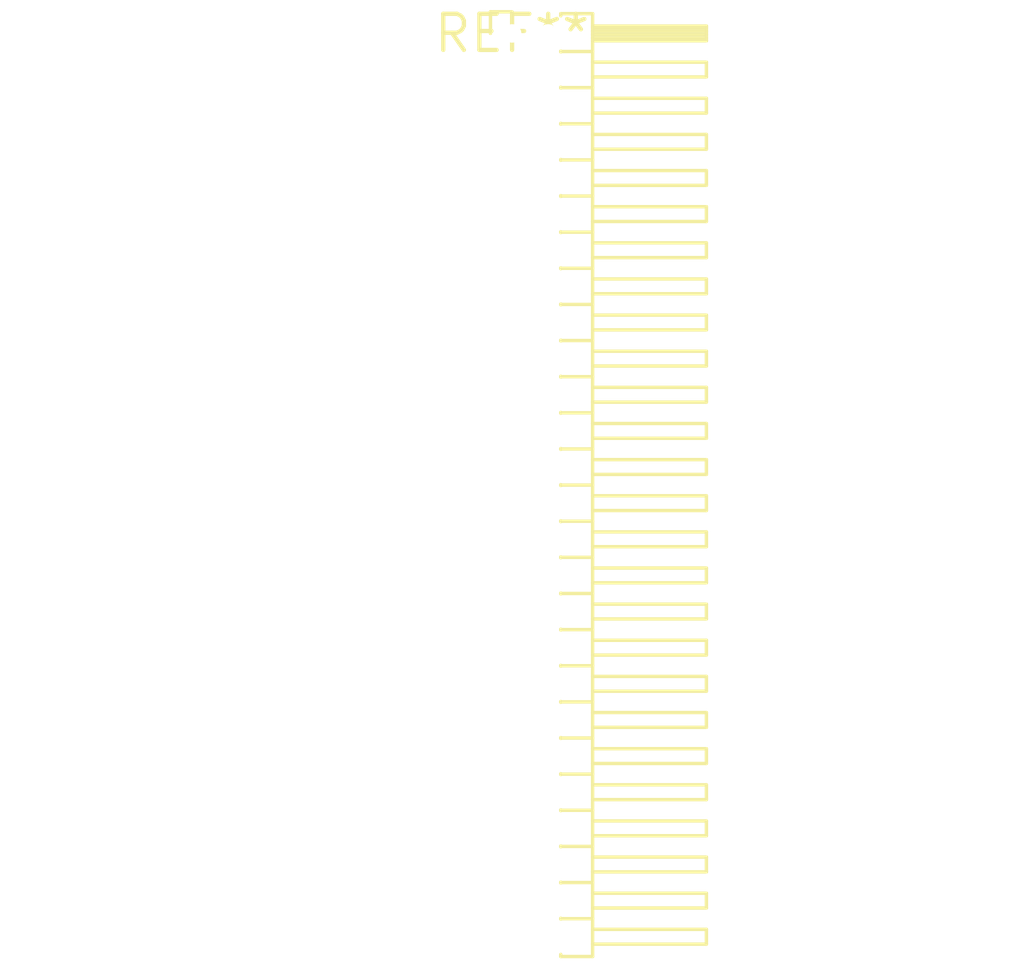
<source format=kicad_pcb>
(kicad_pcb (version 20240108) (generator pcbnew)
  (layers (0 "F.Cu" signal) (31 "B.Cu" signal) (34 "B.Paste" user) (35 "F.Paste" user) (36 "B.SilkS" user "B.Silkscreen") (37 "F.SilkS" user "F.Silkscreen") (38 "B.Mask" user) (39 "F.Mask" user) (44 "Edge.Cuts" user))
  (net 0 "")
  (footprint "PinHeader_2x26_P1.27mm_Horizontal" (layer "F.Cu") (at 0 0)
    (property "Reference" "REF**")
    (property "Value" "PinHeader_2x26_P1.27mm_Horizontal")
    (fp_line (start -0.76 -0.76) (end 0 -0.76) (layer "F.SilkS") (stroke (width 0.12)))
    (fp_line (start -0.76 0) (end -0.76 -0.76) (layer "F.SilkS") (stroke (width 0.12)))
    (fp_line (start 1.71 -0.695) (end 2.83 -0.695) (layer "F.SilkS") (stroke (width 0.12)))
    (fp_line (start 1.71 -0.619677) (end 1.71 -0.695) (layer "F.SilkS") (stroke (width 0.12)))
    (fp_line (start 1.71 0.619677) (end 1.71 0.650323) (layer "F.SilkS") (stroke (width 0.12)))
    (fp_line (start 1.71 0.635) (end 2.83 0.635) (layer "F.SilkS") (stroke (width 0.12)))
    (fp_line (start 1.71 1.889677) (end 1.71 1.920323) (layer "F.SilkS") (stroke (width 0.12)))
    (fp_line (start 1.71 1.905) (end 2.83 1.905) (layer "F.SilkS") (stroke (width 0.12)))
    (fp_line (start 1.71 3.159677) (end 1.71 3.190323) (layer "F.SilkS") (stroke (width 0.12)))
    (fp_line (start 1.71 3.175) (end 2.83 3.175) (layer "F.SilkS") (stroke (width 0.12)))
    (fp_line (start 1.71 4.429677) (end 1.71 4.460323) (layer "F.SilkS") (stroke (width 0.12)))
    (fp_line (start 1.71 4.445) (end 2.83 4.445) (layer "F.SilkS") (stroke (width 0.12)))
    (fp_line (start 1.71 5.699677) (end 1.71 5.730323) (layer "F.SilkS") (stroke (width 0.12)))
    (fp_line (start 1.71 5.715) (end 2.83 5.715) (layer "F.SilkS") (stroke (width 0.12)))
    (fp_line (start 1.71 6.969677) (end 1.71 7.000323) (layer "F.SilkS") (stroke (width 0.12)))
    (fp_line (start 1.71 6.985) (end 2.83 6.985) (layer "F.SilkS") (stroke (width 0.12)))
    (fp_line (start 1.71 8.239677) (end 1.71 8.270323) (layer "F.SilkS") (stroke (width 0.12)))
    (fp_line (start 1.71 8.255) (end 2.83 8.255) (layer "F.SilkS") (stroke (width 0.12)))
    (fp_line (start 1.71 9.509677) (end 1.71 9.540323) (layer "F.SilkS") (stroke (width 0.12)))
    (fp_line (start 1.71 9.525) (end 2.83 9.525) (layer "F.SilkS") (stroke (width 0.12)))
    (fp_line (start 1.71 10.779677) (end 1.71 10.810323) (layer "F.SilkS") (stroke (width 0.12)))
    (fp_line (start 1.71 10.795) (end 2.83 10.795) (layer "F.SilkS") (stroke (width 0.12)))
    (fp_line (start 1.71 12.049677) (end 1.71 12.080323) (layer "F.SilkS") (stroke (width 0.12)))
    (fp_line (start 1.71 12.065) (end 2.83 12.065) (layer "F.SilkS") (stroke (width 0.12)))
    (fp_line (start 1.71 13.319677) (end 1.71 13.350323) (layer "F.SilkS") (stroke (width 0.12)))
    (fp_line (start 1.71 13.335) (end 2.83 13.335) (layer "F.SilkS") (stroke (width 0.12)))
    (fp_line (start 1.71 14.589677) (end 1.71 14.620323) (layer "F.SilkS") (stroke (width 0.12)))
    (fp_line (start 1.71 14.605) (end 2.83 14.605) (layer "F.SilkS") (stroke (width 0.12)))
    (fp_line (start 1.71 15.859677) (end 1.71 15.890323) (layer "F.SilkS") (stroke (width 0.12)))
    (fp_line (start 1.71 15.875) (end 2.83 15.875) (layer "F.SilkS") (stroke (width 0.12)))
    (fp_line (start 1.71 17.129677) (end 1.71 17.160323) (layer "F.SilkS") (stroke (width 0.12)))
    (fp_line (start 1.71 17.145) (end 2.83 17.145) (layer "F.SilkS") (stroke (width 0.12)))
    (fp_line (start 1.71 18.399677) (end 1.71 18.430323) (layer "F.SilkS") (stroke (width 0.12)))
    (fp_line (start 1.71 18.415) (end 2.83 18.415) (layer "F.SilkS") (stroke (width 0.12)))
    (fp_line (start 1.71 19.669677) (end 1.71 19.700323) (layer "F.SilkS") (stroke (width 0.12)))
    (fp_line (start 1.71 19.685) (end 2.83 19.685) (layer "F.SilkS") (stroke (width 0.12)))
    (fp_line (start 1.71 20.939677) (end 1.71 20.970323) (layer "F.SilkS") (stroke (width 0.12)))
    (fp_line (start 1.71 20.955) (end 2.83 20.955) (layer "F.SilkS") (stroke (width 0.12)))
    (fp_line (start 1.71 22.209677) (end 1.71 22.240323) (layer "F.SilkS") (stroke (width 0.12)))
    (fp_line (start 1.71 22.225) (end 2.83 22.225) (layer "F.SilkS") (stroke (width 0.12)))
    (fp_line (start 1.71 23.479677) (end 1.71 23.510323) (layer "F.SilkS") (stroke (width 0.12)))
    (fp_line (start 1.71 23.495) (end 2.83 23.495) (layer "F.SilkS") (stroke (width 0.12)))
    (fp_line (start 1.71 24.749677) (end 1.71 24.780323) (layer "F.SilkS") (stroke (width 0.12)))
    (fp_line (start 1.71 24.765) (end 2.83 24.765) (layer "F.SilkS") (stroke (width 0.12)))
    (fp_line (start 1.71 26.019677) (end 1.71 26.050323) (layer "F.SilkS") (stroke (width 0.12)))
    (fp_line (start 1.71 26.035) (end 2.83 26.035) (layer "F.SilkS") (stroke (width 0.12)))
    (fp_line (start 1.71 27.289677) (end 1.71 27.320323) (layer "F.SilkS") (stroke (width 0.12)))
    (fp_line (start 1.71 27.305) (end 2.83 27.305) (layer "F.SilkS") (stroke (width 0.12)))
    (fp_line (start 1.71 28.559677) (end 1.71 28.590323) (layer "F.SilkS") (stroke (width 0.12)))
    (fp_line (start 1.71 28.575) (end 2.83 28.575) (layer "F.SilkS") (stroke (width 0.12)))
    (fp_line (start 1.71 29.829677) (end 1.71 29.860323) (layer "F.SilkS") (stroke (width 0.12)))
    (fp_line (start 1.71 29.845) (end 2.83 29.845) (layer "F.SilkS") (stroke (width 0.12)))
    (fp_line (start 1.71 31.099677) (end 1.71 31.130323) (layer "F.SilkS") (stroke (width 0.12)))
    (fp_line (start 1.71 31.115) (end 2.83 31.115) (layer "F.SilkS") (stroke (width 0.12)))
    (fp_line (start 1.71 32.445) (end 1.71 32.369677) (layer "F.SilkS") (stroke (width 0.12)))
    (fp_line (start 2.83 -0.695) (end 2.83 32.445) (layer "F.SilkS") (stroke (width 0.12)))
    (fp_line (start 2.83 -0.26) (end 6.83 -0.26) (layer "F.SilkS") (stroke (width 0.12)))
    (fp_line (start 2.83 -0.2) (end 6.83 -0.2) (layer "F.SilkS") (stroke (width 0.12)))
    (fp_line (start 2.83 -0.08) (end 6.83 -0.08) (layer "F.SilkS") (stroke (width 0.12)))
    (fp_line (start 2.83 0.04) (end 6.83 0.04) (layer "F.SilkS") (stroke (width 0.12)))
    (fp_line (start 2.83 0.16) (end 6.83 0.16) (layer "F.SilkS") (stroke (width 0.12)))
    (fp_line (start 2.83 1.01) (end 6.83 1.01) (layer "F.SilkS") (stroke (width 0.12)))
    (fp_line (start 2.83 2.28) (end 6.83 2.28) (layer "F.SilkS") (stroke (width 0.12)))
    (fp_line (start 2.83 3.55) (end 6.83 3.55) (layer "F.SilkS") (stroke (width 0.12)))
    (fp_line (start 2.83 4.82) (end 6.83 4.82) (layer "F.SilkS") (stroke (width 0.12)))
    (fp_line (start 2.83 6.09) (end 6.83 6.09) (layer "F.SilkS") (stroke (width 0.12)))
    (fp_line (start 2.83 7.36) (end 6.83 7.36) (layer "F.SilkS") (stroke (width 0.12)))
    (fp_line (start 2.83 8.63) (end 6.83 8.63) (layer "F.SilkS") (stroke (width 0.12)))
    (fp_line (start 2.83 9.9) (end 6.83 9.9) (layer "F.SilkS") (stroke (width 0.12)))
    (fp_line (start 2.83 11.17) (end 6.83 11.17) (layer "F.SilkS") (stroke (width 0.12)))
    (fp_line (start 2.83 12.44) (end 6.83 12.44) (layer "F.SilkS") (stroke (width 0.12)))
    (fp_line (start 2.83 13.71) (end 6.83 13.71) (layer "F.SilkS") (stroke (width 0.12)))
    (fp_line (start 2.83 14.98) (end 6.83 14.98) (layer "F.SilkS") (stroke (width 0.12)))
    (fp_line (start 2.83 16.25) (end 6.83 16.25) (layer "F.SilkS") (stroke (width 0.12)))
    (fp_line (start 2.83 17.52) (end 6.83 17.52) (layer "F.SilkS") (stroke (width 0.12)))
    (fp_line (start 2.83 18.79) (end 6.83 18.79) (layer "F.SilkS") (stroke (width 0.12)))
    (fp_line (start 2.83 20.06) (end 6.83 20.06) (layer "F.SilkS") (stroke (width 0.12)))
    (fp_line (start 2.83 21.33) (end 6.83 21.33) (layer "F.SilkS") (stroke (width 0.12)))
    (fp_line (start 2.83 22.6) (end 6.83 22.6) (layer "F.SilkS") (stroke (width 0.12)))
    (fp_line (start 2.83 23.87) (end 6.83 23.87) (layer "F.SilkS") (stroke (width 0.12)))
    (fp_line (start 2.83 25.14) (end 6.83 25.14) (layer "F.SilkS") (stroke (width 0.12)))
    (fp_line (start 2.83 26.41) (end 6.83 26.41) (layer "F.SilkS") (stroke (width 0.12)))
    (fp_line (start 2.83 27.68) (end 6.83 27.68) (layer "F.SilkS") (stroke (width 0.12)))
    (fp_line (start 2.83 28.95) (end 6.83 28.95) (layer "F.SilkS") (stroke (width 0.12)))
    (fp_line (start 2.83 30.22) (end 6.83 30.22) (layer "F.SilkS") (stroke (width 0.12)))
    (fp_line (start 2.83 31.49) (end 6.83 31.49) (layer "F.SilkS") (stroke (width 0.12)))
    (fp_line (start 2.83 32.445) (end 1.71 32.445) (layer "F.SilkS") (stroke (width 0.12)))
    (fp_line (start 6.83 -0.26) (end 6.83 0.26) (layer "F.SilkS") (stroke (width 0.12)))
    (fp_line (start 6.83 0.26) (end 2.83 0.26) (layer "F.SilkS") (stroke (width 0.12)))
    (fp_line (start 6.83 1.01) (end 6.83 1.53) (layer "F.SilkS") (stroke (width 0.12)))
    (fp_line (start 6.83 1.53) (end 2.83 1.53) (layer "F.SilkS") (stroke (width 0.12)))
    (fp_line (start 6.83 2.28) (end 6.83 2.8) (layer "F.SilkS") (stroke (width 0.12)))
    (fp_line (start 6.83 2.8) (end 2.83 2.8) (layer "F.SilkS") (stroke (width 0.12)))
    (fp_line (start 6.83 3.55) (end 6.83 4.07) (layer "F.SilkS") (stroke (width 0.12)))
    (fp_line (start 6.83 4.07) (end 2.83 4.07) (layer "F.SilkS") (stroke (width 0.12)))
    (fp_line (start 6.83 4.82) (end 6.83 5.34) (layer "F.SilkS") (stroke (width 0.12)))
    (fp_line (start 6.83 5.34) (end 2.83 5.34) (layer "F.SilkS") (stroke (width 0.12)))
    (fp_line (start 6.83 6.09) (end 6.83 6.61) (layer "F.SilkS") (stroke (width 0.12)))
    (fp_line (start 6.83 6.61) (end 2.83 6.61) (layer "F.SilkS") (stroke (width 0.12)))
    (fp_line (start 6.83 7.36) (end 6.83 7.88) (layer "F.SilkS") (stroke (width 0.12)))
    (fp_line (start 6.83 7.88) (end 2.83 7.88) (layer "F.SilkS") (stroke (width 0.12)))
    (fp_line (start 6.83 8.63) (end 6.83 9.15) (layer "F.SilkS") (stroke (width 0.12)))
    (fp_line (start 6.83 9.15) (end 2.83 9.15) (layer "F.SilkS") (stroke (width 0.12)))
    (fp_line (start 6.83 9.9) (end 6.83 10.42) (layer "F.SilkS") (stroke (width 0.12)))
    (fp_line (start 6.83 10.42) (end 2.83 10.42) (layer "F.SilkS") (stroke (width 0.12)))
    (fp_line (start 6.83 11.17) (end 6.83 11.69) (layer "F.SilkS") (stroke (width 0.12)))
    (fp_line (start 6.83 11.69) (end 2.83 11.69) (layer "F.SilkS") (stroke (width 0.12)))
    (fp_line (start 6.83 12.44) (end 6.83 12.96) (layer "F.SilkS") (stroke (width 0.12)))
    (fp_line (start 6.83 12.96) (end 2.83 12.96) (layer "F.SilkS") (stroke (width 0.12)))
    (fp_line (start 6.83 13.71) (end 6.83 14.23) (layer "F.SilkS") (stroke (width 0.12)))
    (fp_line (start 6.83 14.23) (end 2.83 14.23) (layer "F.SilkS") (stroke (width 0.12)))
    (fp_line (start 6.83 14.98) (end 6.83 15.5) (layer "F.SilkS") (stroke (width 0.12)))
    (fp_line (start 6.83 15.5) (end 2.83 15.5) (layer "F.SilkS") (stroke (width 0.12)))
    (fp_line (start 6.83 16.25) (end 6.83 16.77) (layer "F.SilkS") (stroke (width 0.12)))
    (fp_line (start 6.83 16.77) (end 2.83 16.77) (layer "F.SilkS") (stroke (width 0.12)))
    (fp_line (start 6.83 17.52) (end 6.83 18.04) (layer "F.SilkS") (stroke (width 0.12)))
    (fp_line (start 6.83 18.04) (end 2.83 18.04) (layer "F.SilkS") (stroke (width 0.12)))
    (fp_line (start 6.83 18.79) (end 6.83 19.31) (layer "F.SilkS") (stroke (width 0.12)))
    (fp_line (start 6.83 19.31) (end 2.83 19.31) (layer "F.SilkS") (stroke (width 0.12)))
    (fp_line (start 6.83 20.06) (end 6.83 20.58) (layer "F.SilkS") (stroke (width 0.12)))
    (fp_line (start 6.83 20.58) (end 2.83 20.58) (layer "F.SilkS") (stroke (width 0.12)))
    (fp_line (start 6.83 21.33) (end 6.83 21.85) (layer "F.SilkS") (stroke (width 0.12)))
    (fp_line (start 6.83 21.85) (end 2.83 21.85) (layer "F.SilkS") (stroke (width 0.12)))
    (fp_line (start 6.83 22.6) (end 6.83 23.12) (layer "F.SilkS") (stroke (width 0.12)))
    (fp_line (start 6.83 23.12) (end 2.83 23.12) (layer "F.SilkS") (stroke (width 0.12)))
    (fp_line (start 6.83 23.87) (end 6.83 24.39) (layer "F.SilkS") (stroke (width 0.12)))
    (fp_line (start 6.83 24.39) (end 2.83 24.39) (layer "F.SilkS") (stroke (width 0.12)))
    (fp_line (start 6.83 25.14) (end 6.83 25.66) (layer "F.SilkS") (stroke (width 0.12)))
    (fp_line (start 6.83 25.66) (end 2.83 25.66) (layer "F.SilkS") (stroke (width 0.12)))
    (fp_line (start 6.83 26.41) (end 6.83 26.93) (layer "F.SilkS") (stroke (width 0.12)))
    (fp_line (start 6.83 26.93) (end 2.83 26.93) (layer "F.SilkS") (stroke (width 0.12)))
    (fp_line (start 6.83 27.68) (end 6.83 28.2) (layer "F.SilkS") (stroke (width 0.12)))
    (fp_line (start 6.83 28.2) (end 2.83 28.2) (layer "F.SilkS") (stroke (width 0.12)))
    (fp_line (start 6.83 28.95) (end 6.83 29.47) (layer "F.SilkS") (stroke (width 0.12)))
    (fp_line (start 6.83 29.47) (end 2.83 29.47) (layer "F.SilkS") (stroke (width 0.12)))
    (fp_line (start 6.83 30.22) (end 6.83 30.74) (layer "F.SilkS") (stroke (width 0.12)))
    (fp_line (start 6.83 30.74) (end 2.83 30.74) (layer "F.SilkS") (stroke (width 0.12)))
    (fp_line (start 6.83 31.49) (end 6.83 32.01) (layer "F.SilkS") (stroke (width 0.12)))
    (fp_line (start 6.83 32.01) (end 2.83 32.01) (layer "F.SilkS") (stroke (width 0.12)))
    (pad "1" thru_hole rect (at 0 0) (size 1 1) (drill 0.65) (layers *.Cu *.Mask) (remove_unused_layers))
    (pad "2" thru_hole oval (at 1.27 0) (size 1 1) (drill 0.65) (layers *.Cu *.Mask) (remove_unused_layers))
    (pad "3" thru_hole oval (at 0 1.27) (size 1 1) (drill 0.65) (layers *.Cu *.Mask) (remove_unused_layers))
    (pad "4" thru_hole oval (at 1.27 1.27) (size 1 1) (drill 0.65) (layers *.Cu *.Mask) (remove_unused_layers))
    (pad "5" thru_hole oval (at 0 2.54) (size 1 1) (drill 0.65) (layers *.Cu *.Mask) (remove_unused_layers))
    (pad "6" thru_hole oval (at 1.27 2.54) (size 1 1) (drill 0.65) (layers *.Cu *.Mask) (remove_unused_layers))
    (pad "7" thru_hole oval (at 0 3.81) (size 1 1) (drill 0.65) (layers *.Cu *.Mask) (remove_unused_layers))
    (pad "8" thru_hole oval (at 1.27 3.81) (size 1 1) (drill 0.65) (layers *.Cu *.Mask) (remove_unused_layers))
    (pad "9" thru_hole oval (at 0 5.08) (size 1 1) (drill 0.65) (layers *.Cu *.Mask) (remove_unused_layers))
    (pad "10" thru_hole oval (at 1.27 5.08) (size 1 1) (drill 0.65) (layers *.Cu *.Mask) (remove_unused_layers))
    (pad "11" thru_hole oval (at 0 6.35) (size 1 1) (drill 0.65) (layers *.Cu *.Mask) (remove_unused_layers))
    (pad "12" thru_hole oval (at 1.27 6.35) (size 1 1) (drill 0.65) (layers *.Cu *.Mask) (remove_unused_layers))
    (pad "13" thru_hole oval (at 0 7.62) (size 1 1) (drill 0.65) (layers *.Cu *.Mask) (remove_unused_layers))
    (pad "14" thru_hole oval (at 1.27 7.62) (size 1 1) (drill 0.65) (layers *.Cu *.Mask) (remove_unused_layers))
    (pad "15" thru_hole oval (at 0 8.89) (size 1 1) (drill 0.65) (layers *.Cu *.Mask) (remove_unused_layers))
    (pad "16" thru_hole oval (at 1.27 8.89) (size 1 1) (drill 0.65) (layers *.Cu *.Mask) (remove_unused_layers))
    (pad "17" thru_hole oval (at 0 10.16) (size 1 1) (drill 0.65) (layers *.Cu *.Mask) (remove_unused_layers))
    (pad "18" thru_hole oval (at 1.27 10.16) (size 1 1) (drill 0.65) (layers *.Cu *.Mask) (remove_unused_layers))
    (pad "19" thru_hole oval (at 0 11.43) (size 1 1) (drill 0.65) (layers *.Cu *.Mask) (remove_unused_layers))
    (pad "20" thru_hole oval (at 1.27 11.43) (size 1 1) (drill 0.65) (layers *.Cu *.Mask) (remove_unused_layers))
    (pad "21" thru_hole oval (at 0 12.7) (size 1 1) (drill 0.65) (layers *.Cu *.Mask) (remove_unused_layers))
    (pad "22" thru_hole oval (at 1.27 12.7) (size 1 1) (drill 0.65) (layers *.Cu *.Mask) (remove_unused_layers))
    (pad "23" thru_hole oval (at 0 13.97) (size 1 1) (drill 0.65) (layers *.Cu *.Mask) (remove_unused_layers))
    (pad "24" thru_hole oval (at 1.27 13.97) (size 1 1) (drill 0.65) (layers *.Cu *.Mask) (remove_unused_layers))
    (pad "25" thru_hole oval (at 0 15.24) (size 1 1) (drill 0.65) (layers *.Cu *.Mask) (remove_unused_layers))
    (pad "26" thru_hole oval (at 1.27 15.24) (size 1 1) (drill 0.65) (layers *.Cu *.Mask) (remove_unused_layers))
    (pad "27" thru_hole oval (at 0 16.51) (size 1 1) (drill 0.65) (layers *.Cu *.Mask) (remove_unused_layers))
    (pad "28" thru_hole oval (at 1.27 16.51) (size 1 1) (drill 0.65) (layers *.Cu *.Mask) (remove_unused_layers))
    (pad "29" thru_hole oval (at 0 17.78) (size 1 1) (drill 0.65) (layers *.Cu *.Mask) (remove_unused_layers))
    (pad "30" thru_hole oval (at 1.27 17.78) (size 1 1) (drill 0.65) (layers *.Cu *.Mask) (remove_unused_layers))
    (pad "31" thru_hole oval (at 0 19.05) (size 1 1) (drill 0.65) (layers *.Cu *.Mask) (remove_unused_layers))
    (pad "32" thru_hole oval (at 1.27 19.05) (size 1 1) (drill 0.65) (layers *.Cu *.Mask) (remove_unused_layers))
    (pad "33" thru_hole oval (at 0 20.32) (size 1 1) (drill 0.65) (layers *.Cu *.Mask) (remove_unused_layers))
    (pad "34" thru_hole oval (at 1.27 20.32) (size 1 1) (drill 0.65) (layers *.Cu *.Mask) (remove_unused_layers))
    (pad "35" thru_hole oval (at 0 21.59) (size 1 1) (drill 0.65) (layers *.Cu *.Mask) (remove_unused_layers))
    (pad "36" thru_hole oval (at 1.27 21.59) (size 1 1) (drill 0.65) (layers *.Cu *.Mask) (remove_unused_layers))
    (pad "37" thru_hole oval (at 0 22.86) (size 1 1) (drill 0.65) (layers *.Cu *.Mask) (remove_unused_layers))
    (pad "38" thru_hole oval (at 1.27 22.86) (size 1 1) (drill 0.65) (layers *.Cu *.Mask) (remove_unused_layers))
    (pad "39" thru_hole oval (at 0 24.13) (size 1 1) (drill 0.65) (layers *.Cu *.Mask) (remove_unused_layers))
    (pad "40" thru_hole oval (at 1.27 24.13) (size 1 1) (drill 0.65) (layers *.Cu *.Mask) (remove_unused_layers))
    (pad "41" thru_hole oval (at 0 25.4) (size 1 1) (drill 0.65) (layers *.Cu *.Mask) (remove_unused_layers))
    (pad "42" thru_hole oval (at 1.27 25.4) (size 1 1) (drill 0.65) (layers *.Cu *.Mask) (remove_unused_layers))
    (pad "43" thru_hole oval (at 0 26.67) (size 1 1) (drill 0.65) (layers *.Cu *.Mask) (remove_unused_layers))
    (pad "44" thru_hole oval (at 1.27 26.67) (size 1 1) (drill 0.65) (layers *.Cu *.Mask) (remove_unused_layers))
    (pad "45" thru_hole oval (at 0 27.94) (size 1 1) (drill 0.65) (layers *.Cu *.Mask) (remove_unused_layers))
    (pad "46" thru_hole oval (at 1.27 27.94) (size 1 1) (drill 0.65) (layers *.Cu *.Mask) (remove_unused_layers))
    (pad "47" thru_hole oval (at 0 29.21) (size 1 1) (drill 0.65) (layers *.Cu *.Mask) (remove_unused_layers))
    (pad "48" thru_hole oval (at 1.27 29.21) (size 1 1) (drill 0.65) (layers *.Cu *.Mask) (remove_unused_layers))
    (pad "49" thru_hole oval (at 0 30.48) (size 1 1) (drill 0.65) (layers *.Cu *.Mask) (remove_unused_layers))
    (pad "50" thru_hole oval (at 1.27 30.48) (size 1 1) (drill 0.65) (layers *.Cu *.Mask) (remove_unused_layers))
    (pad "51" thru_hole oval (at 0 31.75) (size 1 1) (drill 0.65) (layers *.Cu *.Mask) (remove_unused_layers))
    (pad "52" thru_hole oval (at 1.27 31.75) (size 1 1) (drill 0.65) (layers *.Cu *.Mask) (remove_unused_layers))
  )
)
</source>
